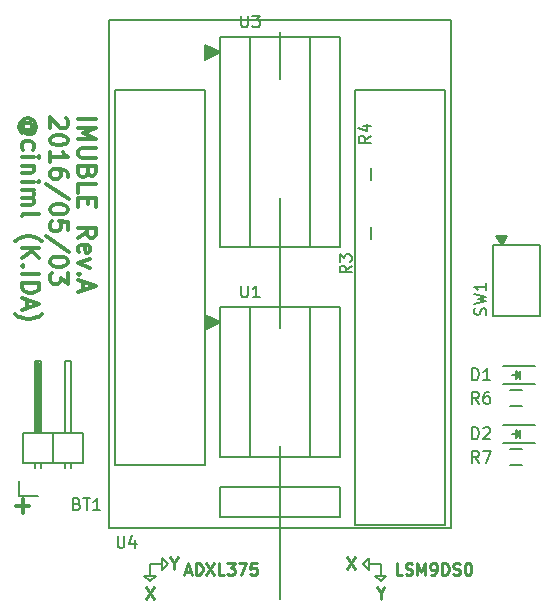
<source format=gto>
G04 #@! TF.FileFunction,Legend,Top*
%FSLAX46Y46*%
G04 Gerber Fmt 4.6, Leading zero omitted, Abs format (unit mm)*
G04 Created by KiCad (PCBNEW 4.0.0-rc1-stable) date 2016/05/03 6:10:00*
%MOMM*%
G01*
G04 APERTURE LIST*
%ADD10C,0.100000*%
%ADD11C,0.250000*%
%ADD12C,0.200000*%
%ADD13C,0.300000*%
%ADD14C,0.150000*%
G04 APERTURE END LIST*
D10*
D11*
X16952381Y3333333D02*
X17428572Y3333333D01*
X16857143Y3047619D02*
X17190476Y4047619D01*
X17523810Y3047619D01*
X17857143Y3047619D02*
X17857143Y4047619D01*
X18095238Y4047619D01*
X18238096Y4000000D01*
X18333334Y3904762D01*
X18380953Y3809524D01*
X18428572Y3619048D01*
X18428572Y3476190D01*
X18380953Y3285714D01*
X18333334Y3190476D01*
X18238096Y3095238D01*
X18095238Y3047619D01*
X17857143Y3047619D01*
X18761905Y4047619D02*
X19428572Y3047619D01*
X19428572Y4047619D02*
X18761905Y3047619D01*
X20285715Y3047619D02*
X19809524Y3047619D01*
X19809524Y4047619D01*
X20523810Y4047619D02*
X21142858Y4047619D01*
X20809524Y3666667D01*
X20952382Y3666667D01*
X21047620Y3619048D01*
X21095239Y3571429D01*
X21142858Y3476190D01*
X21142858Y3238095D01*
X21095239Y3142857D01*
X21047620Y3095238D01*
X20952382Y3047619D01*
X20666667Y3047619D01*
X20571429Y3095238D01*
X20523810Y3142857D01*
X21476191Y4047619D02*
X22142858Y4047619D01*
X21714286Y3047619D01*
X23000001Y4047619D02*
X22523810Y4047619D01*
X22476191Y3571429D01*
X22523810Y3619048D01*
X22619048Y3666667D01*
X22857144Y3666667D01*
X22952382Y3619048D01*
X23000001Y3571429D01*
X23047620Y3476190D01*
X23047620Y3238095D01*
X23000001Y3142857D01*
X22952382Y3095238D01*
X22857144Y3047619D01*
X22619048Y3047619D01*
X22523810Y3095238D01*
X22476191Y3142857D01*
D12*
X15500000Y4000000D02*
X15000000Y4500000D01*
X15000000Y3500000D02*
X15500000Y4000000D01*
X15000000Y4500000D02*
X15000000Y3500000D01*
X14000000Y4000000D02*
X15000000Y4000000D01*
D11*
X16000000Y4023810D02*
X16000000Y3547619D01*
X15666667Y4547619D02*
X16000000Y4023810D01*
X16333334Y4547619D01*
D12*
X13500000Y3000000D02*
X14000000Y2500000D01*
X14500000Y3000000D02*
X13500000Y3000000D01*
X14000000Y4000000D02*
X14000000Y3000000D01*
X14000000Y2500000D02*
X14500000Y3000000D01*
D11*
X13666667Y2047619D02*
X14333334Y1047619D01*
X14333334Y2047619D02*
X13666667Y1047619D01*
X35333334Y3047619D02*
X34857143Y3047619D01*
X34857143Y4047619D01*
X35619048Y3095238D02*
X35761905Y3047619D01*
X36000001Y3047619D01*
X36095239Y3095238D01*
X36142858Y3142857D01*
X36190477Y3238095D01*
X36190477Y3333333D01*
X36142858Y3428571D01*
X36095239Y3476190D01*
X36000001Y3523810D01*
X35809524Y3571429D01*
X35714286Y3619048D01*
X35666667Y3666667D01*
X35619048Y3761905D01*
X35619048Y3857143D01*
X35666667Y3952381D01*
X35714286Y4000000D01*
X35809524Y4047619D01*
X36047620Y4047619D01*
X36190477Y4000000D01*
X36619048Y3047619D02*
X36619048Y4047619D01*
X36952382Y3333333D01*
X37285715Y4047619D01*
X37285715Y3047619D01*
X37809524Y3047619D02*
X38000000Y3047619D01*
X38095239Y3095238D01*
X38142858Y3142857D01*
X38238096Y3285714D01*
X38285715Y3476190D01*
X38285715Y3857143D01*
X38238096Y3952381D01*
X38190477Y4000000D01*
X38095239Y4047619D01*
X37904762Y4047619D01*
X37809524Y4000000D01*
X37761905Y3952381D01*
X37714286Y3857143D01*
X37714286Y3619048D01*
X37761905Y3523810D01*
X37809524Y3476190D01*
X37904762Y3428571D01*
X38095239Y3428571D01*
X38190477Y3476190D01*
X38238096Y3523810D01*
X38285715Y3619048D01*
X38714286Y3047619D02*
X38714286Y4047619D01*
X38952381Y4047619D01*
X39095239Y4000000D01*
X39190477Y3904762D01*
X39238096Y3809524D01*
X39285715Y3619048D01*
X39285715Y3476190D01*
X39238096Y3285714D01*
X39190477Y3190476D01*
X39095239Y3095238D01*
X38952381Y3047619D01*
X38714286Y3047619D01*
X39666667Y3095238D02*
X39809524Y3047619D01*
X40047620Y3047619D01*
X40142858Y3095238D01*
X40190477Y3142857D01*
X40238096Y3238095D01*
X40238096Y3333333D01*
X40190477Y3428571D01*
X40142858Y3476190D01*
X40047620Y3523810D01*
X39857143Y3571429D01*
X39761905Y3619048D01*
X39714286Y3666667D01*
X39666667Y3761905D01*
X39666667Y3857143D01*
X39714286Y3952381D01*
X39761905Y4000000D01*
X39857143Y4047619D01*
X40095239Y4047619D01*
X40238096Y4000000D01*
X40857143Y4047619D02*
X40952382Y4047619D01*
X41047620Y4000000D01*
X41095239Y3952381D01*
X41142858Y3857143D01*
X41190477Y3666667D01*
X41190477Y3428571D01*
X41142858Y3238095D01*
X41095239Y3142857D01*
X41047620Y3095238D01*
X40952382Y3047619D01*
X40857143Y3047619D01*
X40761905Y3095238D01*
X40714286Y3142857D01*
X40666667Y3238095D01*
X40619048Y3428571D01*
X40619048Y3666667D01*
X40666667Y3857143D01*
X40714286Y3952381D01*
X40761905Y4000000D01*
X40857143Y4047619D01*
X33500000Y1523810D02*
X33500000Y1047619D01*
X33166667Y2047619D02*
X33500000Y1523810D01*
X33833334Y2047619D01*
X30666667Y4547619D02*
X31333334Y3547619D01*
X31333334Y4547619D02*
X30666667Y3547619D01*
D12*
X33000000Y3000000D02*
X33500000Y2500000D01*
X34000000Y3000000D02*
X33000000Y3000000D01*
X33500000Y2500000D02*
X34000000Y3000000D01*
X33500000Y4000000D02*
X33500000Y3000000D01*
X32500000Y3500000D02*
X32000000Y4000000D01*
X32500000Y4500000D02*
X32500000Y3500000D01*
X32000000Y4000000D02*
X32500000Y4500000D01*
X32500000Y4000000D02*
X33500000Y4000000D01*
X25000000Y14000000D02*
X25000000Y1000000D01*
X25000000Y35000000D02*
X25000000Y24000000D01*
X25000000Y49000000D02*
X25000000Y45000000D01*
D13*
X7921429Y41642857D02*
X9421429Y41642857D01*
X7921429Y40928571D02*
X9421429Y40928571D01*
X8350000Y40428571D01*
X9421429Y39928571D01*
X7921429Y39928571D01*
X9421429Y39214285D02*
X8207143Y39214285D01*
X8064286Y39142857D01*
X7992857Y39071428D01*
X7921429Y38928571D01*
X7921429Y38642857D01*
X7992857Y38499999D01*
X8064286Y38428571D01*
X8207143Y38357142D01*
X9421429Y38357142D01*
X8707143Y37142856D02*
X8635714Y36928570D01*
X8564286Y36857142D01*
X8421429Y36785713D01*
X8207143Y36785713D01*
X8064286Y36857142D01*
X7992857Y36928570D01*
X7921429Y37071428D01*
X7921429Y37642856D01*
X9421429Y37642856D01*
X9421429Y37142856D01*
X9350000Y36999999D01*
X9278571Y36928570D01*
X9135714Y36857142D01*
X8992857Y36857142D01*
X8850000Y36928570D01*
X8778571Y36999999D01*
X8707143Y37142856D01*
X8707143Y37642856D01*
X7921429Y35428570D02*
X7921429Y36142856D01*
X9421429Y36142856D01*
X8707143Y34928570D02*
X8707143Y34428570D01*
X7921429Y34214284D02*
X7921429Y34928570D01*
X9421429Y34928570D01*
X9421429Y34214284D01*
X7921429Y31571427D02*
X8635714Y32071427D01*
X7921429Y32428570D02*
X9421429Y32428570D01*
X9421429Y31857142D01*
X9350000Y31714284D01*
X9278571Y31642856D01*
X9135714Y31571427D01*
X8921429Y31571427D01*
X8778571Y31642856D01*
X8707143Y31714284D01*
X8635714Y31857142D01*
X8635714Y32428570D01*
X7992857Y30357142D02*
X7921429Y30499999D01*
X7921429Y30785713D01*
X7992857Y30928570D01*
X8135714Y30999999D01*
X8707143Y30999999D01*
X8850000Y30928570D01*
X8921429Y30785713D01*
X8921429Y30499999D01*
X8850000Y30357142D01*
X8707143Y30285713D01*
X8564286Y30285713D01*
X8421429Y30999999D01*
X8921429Y29785713D02*
X7921429Y29428570D01*
X8921429Y29071428D01*
X8064286Y28499999D02*
X7992857Y28428571D01*
X7921429Y28499999D01*
X7992857Y28571428D01*
X8064286Y28499999D01*
X7921429Y28499999D01*
X8350000Y27857142D02*
X8350000Y27142856D01*
X7921429Y27999999D02*
X9421429Y27499999D01*
X7921429Y26999999D01*
X6878571Y41714286D02*
X6950000Y41642857D01*
X7021429Y41500000D01*
X7021429Y41142857D01*
X6950000Y41000000D01*
X6878571Y40928571D01*
X6735714Y40857143D01*
X6592857Y40857143D01*
X6378571Y40928571D01*
X5521429Y41785714D01*
X5521429Y40857143D01*
X7021429Y39928572D02*
X7021429Y39785715D01*
X6950000Y39642858D01*
X6878571Y39571429D01*
X6735714Y39500000D01*
X6450000Y39428572D01*
X6092857Y39428572D01*
X5807143Y39500000D01*
X5664286Y39571429D01*
X5592857Y39642858D01*
X5521429Y39785715D01*
X5521429Y39928572D01*
X5592857Y40071429D01*
X5664286Y40142858D01*
X5807143Y40214286D01*
X6092857Y40285715D01*
X6450000Y40285715D01*
X6735714Y40214286D01*
X6878571Y40142858D01*
X6950000Y40071429D01*
X7021429Y39928572D01*
X5521429Y38000001D02*
X5521429Y38857144D01*
X5521429Y38428572D02*
X7021429Y38428572D01*
X6807143Y38571429D01*
X6664286Y38714287D01*
X6592857Y38857144D01*
X7021429Y36714287D02*
X7021429Y37000001D01*
X6950000Y37142858D01*
X6878571Y37214287D01*
X6664286Y37357144D01*
X6378571Y37428573D01*
X5807143Y37428573D01*
X5664286Y37357144D01*
X5592857Y37285716D01*
X5521429Y37142858D01*
X5521429Y36857144D01*
X5592857Y36714287D01*
X5664286Y36642858D01*
X5807143Y36571430D01*
X6164286Y36571430D01*
X6307143Y36642858D01*
X6378571Y36714287D01*
X6450000Y36857144D01*
X6450000Y37142858D01*
X6378571Y37285716D01*
X6307143Y37357144D01*
X6164286Y37428573D01*
X7092857Y34857145D02*
X5164286Y36142859D01*
X7021429Y34071430D02*
X7021429Y33928573D01*
X6950000Y33785716D01*
X6878571Y33714287D01*
X6735714Y33642858D01*
X6450000Y33571430D01*
X6092857Y33571430D01*
X5807143Y33642858D01*
X5664286Y33714287D01*
X5592857Y33785716D01*
X5521429Y33928573D01*
X5521429Y34071430D01*
X5592857Y34214287D01*
X5664286Y34285716D01*
X5807143Y34357144D01*
X6092857Y34428573D01*
X6450000Y34428573D01*
X6735714Y34357144D01*
X6878571Y34285716D01*
X6950000Y34214287D01*
X7021429Y34071430D01*
X7021429Y32214287D02*
X7021429Y32928573D01*
X6307143Y33000002D01*
X6378571Y32928573D01*
X6450000Y32785716D01*
X6450000Y32428573D01*
X6378571Y32285716D01*
X6307143Y32214287D01*
X6164286Y32142859D01*
X5807143Y32142859D01*
X5664286Y32214287D01*
X5592857Y32285716D01*
X5521429Y32428573D01*
X5521429Y32785716D01*
X5592857Y32928573D01*
X5664286Y33000002D01*
X7092857Y30428574D02*
X5164286Y31714288D01*
X7021429Y29642859D02*
X7021429Y29500002D01*
X6950000Y29357145D01*
X6878571Y29285716D01*
X6735714Y29214287D01*
X6450000Y29142859D01*
X6092857Y29142859D01*
X5807143Y29214287D01*
X5664286Y29285716D01*
X5592857Y29357145D01*
X5521429Y29500002D01*
X5521429Y29642859D01*
X5592857Y29785716D01*
X5664286Y29857145D01*
X5807143Y29928573D01*
X6092857Y30000002D01*
X6450000Y30000002D01*
X6735714Y29928573D01*
X6878571Y29857145D01*
X6950000Y29785716D01*
X7021429Y29642859D01*
X7021429Y28642859D02*
X7021429Y27714288D01*
X6450000Y28214288D01*
X6450000Y28000002D01*
X6378571Y27857145D01*
X6307143Y27785716D01*
X6164286Y27714288D01*
X5807143Y27714288D01*
X5664286Y27785716D01*
X5592857Y27857145D01*
X5521429Y28000002D01*
X5521429Y28428574D01*
X5592857Y28571431D01*
X5664286Y28642859D01*
X3835714Y40714286D02*
X3907143Y40785714D01*
X3978571Y40928571D01*
X3978571Y41071429D01*
X3907143Y41214286D01*
X3835714Y41285714D01*
X3692857Y41357143D01*
X3550000Y41357143D01*
X3407143Y41285714D01*
X3335714Y41214286D01*
X3264286Y41071429D01*
X3264286Y40928571D01*
X3335714Y40785714D01*
X3407143Y40714286D01*
X3978571Y40714286D02*
X3407143Y40714286D01*
X3335714Y40642857D01*
X3335714Y40571429D01*
X3407143Y40428571D01*
X3550000Y40357143D01*
X3907143Y40357143D01*
X4121429Y40500000D01*
X4264286Y40714286D01*
X4335714Y41000000D01*
X4264286Y41285714D01*
X4121429Y41500000D01*
X3907143Y41642857D01*
X3621429Y41714286D01*
X3335714Y41642857D01*
X3121429Y41500000D01*
X2978571Y41285714D01*
X2907143Y41000000D01*
X2978571Y40714286D01*
X3121429Y40500000D01*
X3192857Y39071429D02*
X3121429Y39214286D01*
X3121429Y39500000D01*
X3192857Y39642858D01*
X3264286Y39714286D01*
X3407143Y39785715D01*
X3835714Y39785715D01*
X3978571Y39714286D01*
X4050000Y39642858D01*
X4121429Y39500000D01*
X4121429Y39214286D01*
X4050000Y39071429D01*
X3121429Y38428572D02*
X4121429Y38428572D01*
X4621429Y38428572D02*
X4550000Y38500001D01*
X4478571Y38428572D01*
X4550000Y38357144D01*
X4621429Y38428572D01*
X4478571Y38428572D01*
X4121429Y37714286D02*
X3121429Y37714286D01*
X3978571Y37714286D02*
X4050000Y37642858D01*
X4121429Y37500000D01*
X4121429Y37285715D01*
X4050000Y37142858D01*
X3907143Y37071429D01*
X3121429Y37071429D01*
X3121429Y36357143D02*
X4121429Y36357143D01*
X4621429Y36357143D02*
X4550000Y36428572D01*
X4478571Y36357143D01*
X4550000Y36285715D01*
X4621429Y36357143D01*
X4478571Y36357143D01*
X3121429Y35642857D02*
X4121429Y35642857D01*
X3978571Y35642857D02*
X4050000Y35571429D01*
X4121429Y35428571D01*
X4121429Y35214286D01*
X4050000Y35071429D01*
X3907143Y35000000D01*
X3121429Y35000000D01*
X3907143Y35000000D02*
X4050000Y34928571D01*
X4121429Y34785714D01*
X4121429Y34571429D01*
X4050000Y34428571D01*
X3907143Y34357143D01*
X3121429Y34357143D01*
X3121429Y33428571D02*
X3192857Y33571429D01*
X3335714Y33642857D01*
X4621429Y33642857D01*
X2550000Y31285715D02*
X2621429Y31357143D01*
X2835714Y31500000D01*
X2978571Y31571429D01*
X3192857Y31642858D01*
X3550000Y31714286D01*
X3835714Y31714286D01*
X4192857Y31642858D01*
X4407143Y31571429D01*
X4550000Y31500000D01*
X4764286Y31357143D01*
X4835714Y31285715D01*
X3121429Y30714286D02*
X4621429Y30714286D01*
X3121429Y29857143D02*
X3978571Y30500000D01*
X4621429Y29857143D02*
X3764286Y30714286D01*
X3264286Y29214286D02*
X3192857Y29142858D01*
X3121429Y29214286D01*
X3192857Y29285715D01*
X3264286Y29214286D01*
X3121429Y29214286D01*
X3121429Y28500000D02*
X4621429Y28500000D01*
X3121429Y27785714D02*
X4621429Y27785714D01*
X4621429Y27428571D01*
X4550000Y27214286D01*
X4407143Y27071428D01*
X4264286Y27000000D01*
X3978571Y26928571D01*
X3764286Y26928571D01*
X3478571Y27000000D01*
X3335714Y27071428D01*
X3192857Y27214286D01*
X3121429Y27428571D01*
X3121429Y27785714D01*
X3550000Y26357143D02*
X3550000Y25642857D01*
X3121429Y26500000D02*
X4621429Y26000000D01*
X3121429Y25500000D01*
X2550000Y25142857D02*
X2621429Y25071429D01*
X2835714Y24928572D01*
X2978571Y24857143D01*
X3192857Y24785714D01*
X3550000Y24714286D01*
X3835714Y24714286D01*
X4192857Y24785714D01*
X4407143Y24857143D01*
X4550000Y24928572D01*
X4764286Y25071429D01*
X4835714Y25142857D01*
X3771428Y8892857D02*
X2628571Y8892857D01*
X3200000Y8321429D02*
X3200000Y9464286D01*
D14*
X10500000Y50000000D02*
X10500000Y7000000D01*
X39500000Y50000000D02*
X10500000Y50000000D01*
X39500000Y7000000D02*
X39500000Y50000000D01*
X10500000Y7000000D02*
X39500000Y7000000D01*
X30080000Y10490000D02*
X19920000Y10490000D01*
X30080000Y7950000D02*
X30080000Y10490000D01*
X19920000Y7950000D02*
X30080000Y7950000D01*
X19920000Y10490000D02*
X19920000Y7950000D01*
X11030000Y12395000D02*
X11030000Y44145000D01*
X18650000Y12395000D02*
X11030000Y12395000D01*
X18650000Y44145000D02*
X18650000Y12395000D01*
X11030000Y44145000D02*
X18650000Y44145000D01*
X31350000Y7315000D02*
X31350000Y44145000D01*
X38970000Y7315000D02*
X31350000Y7315000D01*
X38970000Y44145000D02*
X38970000Y7315000D01*
X31350000Y44145000D02*
X38970000Y44145000D01*
X46600000Y20750000D02*
X43900000Y20750000D01*
X46600000Y19250000D02*
X43900000Y19250000D01*
X45100000Y20150000D02*
X45100000Y19900000D01*
X45100000Y19900000D02*
X45250000Y20050000D01*
X45350000Y19650000D02*
X45350000Y20350000D01*
X45000000Y20000000D02*
X44650000Y20000000D01*
X45350000Y20000000D02*
X45000000Y19650000D01*
X45000000Y19650000D02*
X45000000Y20350000D01*
X45000000Y20350000D02*
X45350000Y20000000D01*
X46600000Y15750000D02*
X43900000Y15750000D01*
X46600000Y14250000D02*
X43900000Y14250000D01*
X45100000Y15150000D02*
X45100000Y14900000D01*
X45100000Y14900000D02*
X45250000Y15050000D01*
X45350000Y14650000D02*
X45350000Y15350000D01*
X45000000Y15000000D02*
X44650000Y15000000D01*
X45350000Y15000000D02*
X45000000Y14650000D01*
X45000000Y14650000D02*
X45000000Y15350000D01*
X45000000Y15350000D02*
X45350000Y15000000D01*
X32675000Y32500000D02*
X32675000Y31500000D01*
X31325000Y31500000D02*
X31325000Y32500000D01*
X32675000Y37500000D02*
X32675000Y36500000D01*
X31325000Y36500000D02*
X31325000Y37500000D01*
X44500000Y18675000D02*
X45500000Y18675000D01*
X45500000Y17325000D02*
X44500000Y17325000D01*
X44500000Y13675000D02*
X45500000Y13675000D01*
X45500000Y12325000D02*
X44500000Y12325000D01*
X43700000Y31200000D02*
X43800000Y31200000D01*
X43900000Y31300000D02*
X43600000Y31300000D01*
X43600000Y31400000D02*
X43900000Y31400000D01*
X44000000Y31500000D02*
X43500000Y31500000D01*
X43400000Y31600000D02*
X44100000Y31600000D01*
X44250000Y31750000D02*
X43750000Y31000000D01*
X43250000Y31750000D02*
X44250000Y31750000D01*
X43750000Y31000000D02*
X43250000Y31750000D01*
X47000000Y25000000D02*
X43000000Y25000000D01*
X47000000Y31000000D02*
X47000000Y25000000D01*
X43000000Y31000000D02*
X47000000Y31000000D01*
X43000000Y25000000D02*
X43000000Y31000000D01*
X2910000Y9700000D02*
X4460000Y9700000D01*
X2910000Y11000000D02*
X2910000Y9700000D01*
X4333000Y15191000D02*
X4333000Y21033000D01*
X4333000Y21033000D02*
X4587000Y21033000D01*
X4587000Y21033000D02*
X4587000Y15191000D01*
X4587000Y15191000D02*
X4460000Y15191000D01*
X4460000Y15191000D02*
X4460000Y21033000D01*
X4206000Y12524000D02*
X4206000Y12143000D01*
X4714000Y12524000D02*
X4714000Y12143000D01*
X6746000Y12524000D02*
X6746000Y12143000D01*
X7254000Y12524000D02*
X7254000Y12143000D01*
X3190000Y12524000D02*
X3190000Y15064000D01*
X5730000Y12524000D02*
X5730000Y15064000D01*
X5730000Y12524000D02*
X8270000Y12524000D01*
X8270000Y12524000D02*
X8270000Y15064000D01*
X6746000Y15064000D02*
X6746000Y21160000D01*
X6746000Y21160000D02*
X7254000Y21160000D01*
X7254000Y21160000D02*
X7254000Y15064000D01*
X8270000Y15064000D02*
X5730000Y15064000D01*
X5730000Y15064000D02*
X3190000Y15064000D01*
X4714000Y21160000D02*
X4714000Y15064000D01*
X4206000Y21160000D02*
X4714000Y21160000D01*
X4206000Y15064000D02*
X4206000Y21160000D01*
X5730000Y12524000D02*
X5730000Y15064000D01*
X3190000Y12524000D02*
X5730000Y12524000D01*
X19666000Y24333000D02*
X19666000Y24587000D01*
X19539000Y24587000D02*
X19539000Y24333000D01*
X19412000Y24206000D02*
X19412000Y24714000D01*
X19285000Y24714000D02*
X19285000Y24206000D01*
X19158000Y24079000D02*
X19158000Y24841000D01*
X19031000Y24841000D02*
X19031000Y24079000D01*
X18904000Y23952000D02*
X18904000Y24968000D01*
X18777000Y24968000D02*
X18777000Y23952000D01*
X27540000Y13030000D02*
X27540000Y25730000D01*
X22460000Y25730000D02*
X22460000Y13030000D01*
X19920000Y24460000D02*
X18650000Y25095000D01*
X18650000Y23825000D02*
X19920000Y24460000D01*
X18650000Y25095000D02*
X18650000Y23825000D01*
X30080000Y25730000D02*
X19920000Y25730000D01*
X30080000Y13030000D02*
X30080000Y25730000D01*
X19920000Y13030000D02*
X30080000Y13030000D01*
X19920000Y25730000D02*
X19920000Y13030000D01*
X19666000Y47193000D02*
X19666000Y47447000D01*
X19539000Y47447000D02*
X19539000Y47193000D01*
X19412000Y47066000D02*
X19412000Y47574000D01*
X19285000Y47574000D02*
X19285000Y47066000D01*
X19158000Y46939000D02*
X19158000Y47701000D01*
X19031000Y47701000D02*
X19031000Y46939000D01*
X18904000Y46812000D02*
X18904000Y47828000D01*
X18777000Y47828000D02*
X18777000Y46812000D01*
X27540000Y30810000D02*
X27540000Y48590000D01*
X22460000Y48590000D02*
X22460000Y30810000D01*
X19920000Y47320000D02*
X18650000Y47955000D01*
X18650000Y46685000D02*
X19920000Y47320000D01*
X18650000Y47955000D02*
X18650000Y46685000D01*
X30080000Y48590000D02*
X19920000Y48590000D01*
X30080000Y30810000D02*
X30080000Y48590000D01*
X19920000Y30810000D02*
X30080000Y30810000D01*
X19920000Y48590000D02*
X19920000Y30810000D01*
X11238095Y6347619D02*
X11238095Y5538095D01*
X11285714Y5442857D01*
X11333333Y5395238D01*
X11428571Y5347619D01*
X11619048Y5347619D01*
X11714286Y5395238D01*
X11761905Y5442857D01*
X11809524Y5538095D01*
X11809524Y6347619D01*
X12714286Y6014286D02*
X12714286Y5347619D01*
X12476190Y6395238D02*
X12238095Y5680952D01*
X12857143Y5680952D01*
X41261905Y19547619D02*
X41261905Y20547619D01*
X41500000Y20547619D01*
X41642858Y20500000D01*
X41738096Y20404762D01*
X41785715Y20309524D01*
X41833334Y20119048D01*
X41833334Y19976190D01*
X41785715Y19785714D01*
X41738096Y19690476D01*
X41642858Y19595238D01*
X41500000Y19547619D01*
X41261905Y19547619D01*
X42785715Y19547619D02*
X42214286Y19547619D01*
X42500000Y19547619D02*
X42500000Y20547619D01*
X42404762Y20404762D01*
X42309524Y20309524D01*
X42214286Y20261905D01*
X41261905Y14547619D02*
X41261905Y15547619D01*
X41500000Y15547619D01*
X41642858Y15500000D01*
X41738096Y15404762D01*
X41785715Y15309524D01*
X41833334Y15119048D01*
X41833334Y14976190D01*
X41785715Y14785714D01*
X41738096Y14690476D01*
X41642858Y14595238D01*
X41500000Y14547619D01*
X41261905Y14547619D01*
X42214286Y15452381D02*
X42261905Y15500000D01*
X42357143Y15547619D01*
X42595239Y15547619D01*
X42690477Y15500000D01*
X42738096Y15452381D01*
X42785715Y15357143D01*
X42785715Y15261905D01*
X42738096Y15119048D01*
X42166667Y14547619D01*
X42785715Y14547619D01*
X31052381Y29233334D02*
X30576190Y28900000D01*
X31052381Y28661905D02*
X30052381Y28661905D01*
X30052381Y29042858D01*
X30100000Y29138096D01*
X30147619Y29185715D01*
X30242857Y29233334D01*
X30385714Y29233334D01*
X30480952Y29185715D01*
X30528571Y29138096D01*
X30576190Y29042858D01*
X30576190Y28661905D01*
X30052381Y29566667D02*
X30052381Y30185715D01*
X30433333Y29852381D01*
X30433333Y29995239D01*
X30480952Y30090477D01*
X30528571Y30138096D01*
X30623810Y30185715D01*
X30861905Y30185715D01*
X30957143Y30138096D01*
X31004762Y30090477D01*
X31052381Y29995239D01*
X31052381Y29709524D01*
X31004762Y29614286D01*
X30957143Y29566667D01*
X32652381Y40233334D02*
X32176190Y39900000D01*
X32652381Y39661905D02*
X31652381Y39661905D01*
X31652381Y40042858D01*
X31700000Y40138096D01*
X31747619Y40185715D01*
X31842857Y40233334D01*
X31985714Y40233334D01*
X32080952Y40185715D01*
X32128571Y40138096D01*
X32176190Y40042858D01*
X32176190Y39661905D01*
X31985714Y41090477D02*
X32652381Y41090477D01*
X31604762Y40852381D02*
X32319048Y40614286D01*
X32319048Y41233334D01*
X41833334Y17547619D02*
X41500000Y18023810D01*
X41261905Y17547619D02*
X41261905Y18547619D01*
X41642858Y18547619D01*
X41738096Y18500000D01*
X41785715Y18452381D01*
X41833334Y18357143D01*
X41833334Y18214286D01*
X41785715Y18119048D01*
X41738096Y18071429D01*
X41642858Y18023810D01*
X41261905Y18023810D01*
X42690477Y18547619D02*
X42500000Y18547619D01*
X42404762Y18500000D01*
X42357143Y18452381D01*
X42261905Y18309524D01*
X42214286Y18119048D01*
X42214286Y17738095D01*
X42261905Y17642857D01*
X42309524Y17595238D01*
X42404762Y17547619D01*
X42595239Y17547619D01*
X42690477Y17595238D01*
X42738096Y17642857D01*
X42785715Y17738095D01*
X42785715Y17976190D01*
X42738096Y18071429D01*
X42690477Y18119048D01*
X42595239Y18166667D01*
X42404762Y18166667D01*
X42309524Y18119048D01*
X42261905Y18071429D01*
X42214286Y17976190D01*
X41833334Y12547619D02*
X41500000Y13023810D01*
X41261905Y12547619D02*
X41261905Y13547619D01*
X41642858Y13547619D01*
X41738096Y13500000D01*
X41785715Y13452381D01*
X41833334Y13357143D01*
X41833334Y13214286D01*
X41785715Y13119048D01*
X41738096Y13071429D01*
X41642858Y13023810D01*
X41261905Y13023810D01*
X42166667Y13547619D02*
X42833334Y13547619D01*
X42404762Y12547619D01*
X42404762Y25066667D02*
X42452381Y25209524D01*
X42452381Y25447620D01*
X42404762Y25542858D01*
X42357143Y25590477D01*
X42261905Y25638096D01*
X42166667Y25638096D01*
X42071429Y25590477D01*
X42023810Y25542858D01*
X41976190Y25447620D01*
X41928571Y25257143D01*
X41880952Y25161905D01*
X41833333Y25114286D01*
X41738095Y25066667D01*
X41642857Y25066667D01*
X41547619Y25114286D01*
X41500000Y25161905D01*
X41452381Y25257143D01*
X41452381Y25495239D01*
X41500000Y25638096D01*
X41452381Y25971429D02*
X42452381Y26209524D01*
X41738095Y26400001D01*
X42452381Y26590477D01*
X41452381Y26828572D01*
X42452381Y27733334D02*
X42452381Y27161905D01*
X42452381Y27447619D02*
X41452381Y27447619D01*
X41595238Y27352381D01*
X41690476Y27257143D01*
X41738095Y27161905D01*
X7814286Y9071429D02*
X7957143Y9023810D01*
X8004762Y8976190D01*
X8052381Y8880952D01*
X8052381Y8738095D01*
X8004762Y8642857D01*
X7957143Y8595238D01*
X7861905Y8547619D01*
X7480952Y8547619D01*
X7480952Y9547619D01*
X7814286Y9547619D01*
X7909524Y9500000D01*
X7957143Y9452381D01*
X8004762Y9357143D01*
X8004762Y9261905D01*
X7957143Y9166667D01*
X7909524Y9119048D01*
X7814286Y9071429D01*
X7480952Y9071429D01*
X8338095Y9547619D02*
X8909524Y9547619D01*
X8623809Y8547619D02*
X8623809Y9547619D01*
X9766667Y8547619D02*
X9195238Y8547619D01*
X9480952Y8547619D02*
X9480952Y9547619D01*
X9385714Y9404762D01*
X9290476Y9309524D01*
X9195238Y9261905D01*
X21698095Y27547619D02*
X21698095Y26738095D01*
X21745714Y26642857D01*
X21793333Y26595238D01*
X21888571Y26547619D01*
X22079048Y26547619D01*
X22174286Y26595238D01*
X22221905Y26642857D01*
X22269524Y26738095D01*
X22269524Y27547619D01*
X23269524Y26547619D02*
X22698095Y26547619D01*
X22983809Y26547619D02*
X22983809Y27547619D01*
X22888571Y27404762D01*
X22793333Y27309524D01*
X22698095Y27261905D01*
X21698095Y50407619D02*
X21698095Y49598095D01*
X21745714Y49502857D01*
X21793333Y49455238D01*
X21888571Y49407619D01*
X22079048Y49407619D01*
X22174286Y49455238D01*
X22221905Y49502857D01*
X22269524Y49598095D01*
X22269524Y50407619D01*
X22650476Y50407619D02*
X23269524Y50407619D01*
X22936190Y50026667D01*
X23079048Y50026667D01*
X23174286Y49979048D01*
X23221905Y49931429D01*
X23269524Y49836190D01*
X23269524Y49598095D01*
X23221905Y49502857D01*
X23174286Y49455238D01*
X23079048Y49407619D01*
X22793333Y49407619D01*
X22698095Y49455238D01*
X22650476Y49502857D01*
M02*

</source>
